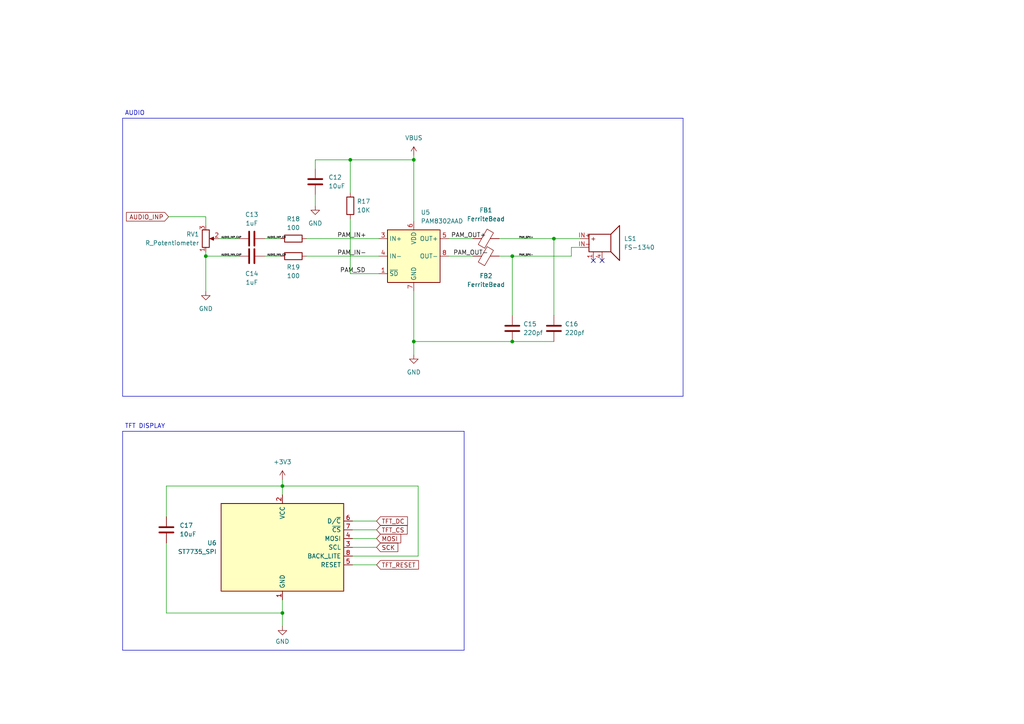
<source format=kicad_sch>
(kicad_sch (version 20230121) (generator eeschema)
  (paper "A4")
  (title_block (title "Sound & Video") (date "2023-02-08") (rev "0.19") (company "AK74"))
  (lib_symbols
    (symbol "Amplifier_Audio:PAM8302AAD"
      (property "Reference" "U" (at 7.62 11.43 0))
      (property "Value" "PAM8302AAD" (at 7.62 8.89 0))
      (symbol "PAM8302AAD_0_1"
        (rectangle (start -7.62 7.62) (end 7.62 -7.62) (stroke (width 0.254)) (fill (type background)))
      )
      (symbol "PAM8302AAD_1_1"
        (pin input line (at -10.16 -5.08 0) (length 2.54) (name "~{SD}") (number "1"))
        (pin no_connect line (at 7.62 -5.08 180) (length 2.54) hide (name "NC") (number "2"))
        (pin input line (at -10.16 5.08 0) (length 2.54) (name "IN+") (number "3"))
        (pin input line (at -10.16 0 0) (length 2.54) (name "IN-") (number "4"))
        (pin output line (at 10.16 5.08 180) (length 2.54) (name "OUT+") (number "5"))
        (pin power_in line (at 0 10.16 270) (length 2.54) (name "VDD") (number "6"))
        (pin power_in line (at 0 -10.16 90) (length 2.54) (name "GND") (number "7"))
        (pin output line (at 10.16 0 180) (length 2.54) (name "OUT-") (number "8"))
      )
    )
    (symbol "Device:C" (pin_numbers hide) (pin_names (offset 0.254))
      (property "Reference" "C" (at 0.635 2.54 0))
      (property "Value" "C" (at 0.635 -2.54 0))
      (symbol "C_0_1"
        (polyline (pts (xy -2.032 -0.762) (xy 2.032 -0.762)) (stroke (width 0.508)))
        (polyline (pts (xy -2.032 0.762) (xy 2.032 0.762)) (stroke (width 0.508)))
      )
      (symbol "C_1_1"
        (pin passive line (at 0 3.81 270) (length 2.794) (name "~") (number "1"))
        (pin passive line (at 0 -3.81 90) (length 2.794) (name "~") (number "2"))
      )
    )
    (symbol "Device:FerriteBead" (pin_numbers hide) (pin_names (offset 0))
      (property "Reference" "FB" (at -3.81 0.635 90))
      (property "Value" "FerriteBead" (at 3.81 0 90))
      (symbol "FerriteBead_0_1"
        (polyline (pts (xy 0 -1.27) (xy 0 -1.2192)))
        (polyline (pts (xy 0 1.27) (xy 0 1.2954)))
        (polyline (pts (xy -2.7686 0.4064) (xy -1.7018 2.2606) (xy 2.7686 -0.3048) (xy 1.6764 -2.159) (xy -2.7686 0.4064)))
      )
      (symbol "FerriteBead_1_1"
        (pin passive line (at 0 3.81 270) (length 2.54) (name "~") (number "1"))
        (pin passive line (at 0 -3.81 90) (length 2.54) (name "~") (number "2"))
      )
    )
    (symbol "Device:R" (pin_numbers hide) (pin_names (offset 0))
      (property "Reference" "R" (at 2.032 0 90))
      (property "Value" "R" (at 0 0 90))
      (symbol "R_0_1"
        (rectangle (start -1.016 -2.54) (end 1.016 2.54) (stroke (width 0.254)))
      )
      (symbol "R_1_1"
        (pin passive line (at 0 3.81 270) (length 1.27) (name "~") (number "1"))
        (pin passive line (at 0 -3.81 90) (length 1.27) (name "~") (number "2"))
      )
    )
    (symbol "Device:R_Potentiometer" (pin_names (offset 1.016) hide)
      (property "Reference" "RV" (at -4.445 0 90))
      (property "Value" "R_Potentiometer" (at -2.54 0 90))
      (symbol "R_Potentiometer_0_1"
        (polyline (pts (xy 2.54 0) (xy 1.524 0)))
        (polyline (pts (xy 1.143 0) (xy 2.286 0.508) (xy 2.286 -0.508) (xy 1.143 0)) (fill (type outline)))
        (rectangle (start 1.016 2.54) (end -1.016 -2.54) (stroke (width 0.254)))
      )
      (symbol "R_Potentiometer_1_1"
        (pin passive line (at 0 3.81 270) (length 1.27) (name "1") (number "1"))
        (pin passive line (at 3.81 0 180) (length 1.27) (name "2") (number "2"))
        (pin passive line (at 0 -3.81 90) (length 1.27) (name "3") (number "3"))
      )
    )
    (symbol "ak74:FS-1340" (pin_names (offset 0) hide)
      (property "Reference" "LS" (at 1.27 5.715 0))
      (property "Value" "FS-1340" (at 1.27 3.81 0))
      (symbol "FS-1340_0_0"
        (polyline (pts (xy 3.81 1.27) (xy 6.35 3.81) (xy 6.35 -6.35) (xy 3.81 -3.81)) (stroke (width 0.254)))
        (text "+" (at -1.27 0 0) (effects (font (size 1.27 1.27))))
      )
      (symbol "FS-1340_0_1"
        (rectangle (start -2.54 1.27) (end 3.81 -3.81) (stroke (width 0.254)))
      )
      (symbol "FS-1340_1_1"
        (pin free line (at -1.27 -6.35 90) (length 2.54) (name "1") (number "1"))
        (pin free line (at 1.27 -6.35 90) (length 2.54) (name "4") (number "4"))
        (pin input line (at -5.08 0 0) (length 2.54) (name "IN+") (number "IN+"))
        (pin input line (at -5.08 -2.54 0) (length 2.54) (name "IN-") (number "IN-"))
      )
    )
    (symbol "ak74:ST7735_SPI" (pin_names (offset 0.762))
      (property "Reference" "U" (at -17.526 13.97 0))
      (property "Value" "ST7735_SPI" (at 1.905 13.97 0))
      (symbol "ST7735_SPI_0_1"
        (rectangle (start -17.78 12.7) (end 17.78 -12.7) (stroke (width 0.254)) (fill (type background)))
      )
      (symbol "ST7735_SPI_1_1"
        (pin power_in line (at 0 -15.24 90) (length 2.54) (name "GND") (number "1"))
        (pin power_in line (at 0 15.24 270) (length 2.54) (name "VCC") (number "2"))
        (pin input line (at 20.32 0 180) (length 2.54) (name "SCL") (number "3"))
        (pin input line (at 20.32 2.54 180) (length 2.54) (name "MOSI") (number "4"))
        (pin input line (at 20.32 -5.08 180) (length 2.54) (name "RESET") (number "5"))
        (pin input line (at 20.32 7.62 180) (length 2.54) (name "D/~{C}") (number "6"))
        (pin input line (at 20.32 5.08 180) (length 2.54) (name "~{CS}") (number "7"))
        (pin input line (at 20.32 -2.54 180) (length 2.54) (name "BACK_LITE") (number "8"))
      )
    )
    (symbol "power:+3V3" (power) (pin_names (offset 0))
      (property "Value" "+3V3" (at 0 3.556 0))
      (symbol "+3V3_0_1"
        (polyline (pts (xy -0.762 1.27) (xy 0 2.54)))
        (polyline (pts (xy 0 0) (xy 0 2.54)))
        (polyline (pts (xy 0 2.54) (xy 0.762 1.27)))
      )
      (symbol "+3V3_1_1"
        (pin power_in line (at 0 0 90) (length 0) hide (name "+3V3") (number "1"))
      )
    )
    (symbol "power:GND" (power) (pin_names (offset 0))
      (property "Value" "GND" (at 0 -3.81 0))
      (symbol "GND_0_1"
        (polyline (pts (xy 0 0) (xy 0 -1.27) (xy 1.27 -1.27) (xy 0 -2.54) (xy -1.27 -1.27) (xy 0 -1.27)))
      )
      (symbol "GND_1_1"
        (pin power_in line (at 0 0 270) (length 0) hide (name "GND") (number "1"))
      )
    )
    (symbol "power:VBUS" (power) (pin_names (offset 0))
      (property "Value" "VBUS" (at 0 3.81 0))
      (symbol "VBUS_0_1"
        (polyline (pts (xy -0.762 1.27) (xy 0 2.54)))
        (polyline (pts (xy 0 0) (xy 0 2.54)))
        (polyline (pts (xy 0 2.54) (xy 0.762 1.27)))
      )
      (symbol "VBUS_1_1"
        (pin power_in line (at 0 0 90) (length 0) hide (name "VBUS") (number "1"))
      )
    )
  )
  (junction (at 148.59 99.06))
  (junction (at 120.015 99.06))
  (junction (at 148.59 74.295))
  (junction (at 101.6 46.355))
  (junction (at 81.915 140.97))
  (junction (at 120.015 46.355))
  (junction (at 59.69 74.295))
  (junction (at 160.655 69.215))
  (junction (at 81.915 177.8))
  (no_connect (at 172.085 75.565))
  (no_connect (at 174.625 75.565))
  (wire (pts (xy 48.26 149.86) (xy 48.26 140.97)))
  (wire (pts (xy 102.235 156.21) (xy 109.22 156.21)))
  (wire (pts (xy 81.915 140.97) (xy 81.915 143.51)))
  (wire (pts (xy 101.6 79.375) (xy 109.855 79.375)))
  (wire (pts (xy 91.44 56.515) (xy 91.44 59.69)))
  (polyline (pts (xy 134.62 188.595) (xy 134.62 125.095)))
  (wire (pts (xy 148.59 99.06) (xy 160.655 99.06)))
  (wire (pts (xy 101.6 63.5) (xy 101.6 79.375)))
  (wire (pts (xy 102.235 158.75) (xy 109.22 158.75)))
  (wire (pts (xy 91.44 48.895) (xy 91.44 46.355)))
  (wire (pts (xy 76.835 74.295) (xy 81.28 74.295)))
  (wire (pts (xy 81.915 177.8) (xy 81.915 181.61)))
  (wire (pts (xy 102.235 163.83) (xy 109.22 163.83)))
  (wire (pts (xy 148.59 74.295) (xy 148.59 91.44)))
  (wire (pts (xy 121.285 161.29) (xy 121.285 140.97)))
  (wire (pts (xy 160.655 91.44) (xy 160.655 69.215)))
  (wire (pts (xy 120.015 84.455) (xy 120.015 99.06)))
  (wire (pts (xy 81.915 173.99) (xy 81.915 177.8)))
  (wire (pts (xy 101.6 46.355) (xy 101.6 55.88)))
  (wire (pts (xy 120.015 99.06) (xy 148.59 99.06)))
  (wire (pts (xy 120.015 45.085) (xy 120.015 46.355)))
  (wire (pts (xy 48.26 177.8) (xy 81.915 177.8)))
  (wire (pts (xy 88.9 74.295) (xy 109.855 74.295)))
  (wire (pts (xy 59.69 84.455) (xy 59.69 74.295)))
  (wire (pts (xy 165.735 74.295) (xy 165.735 71.755)))
  (polyline (pts (xy 35.56 125.095) (xy 134.62 125.095)))
  (wire (pts (xy 148.59 74.295) (xy 165.735 74.295)))
  (wire (pts (xy 102.235 151.13) (xy 109.22 151.13)))
  (wire (pts (xy 59.69 74.295) (xy 69.215 74.295)))
  (polyline (pts (xy 35.56 125.095) (xy 35.56 188.595)))
  (wire (pts (xy 102.235 153.67) (xy 109.22 153.67)))
  (wire (pts (xy 130.175 69.215) (xy 137.16 69.215)))
  (wire (pts (xy 59.69 73.025) (xy 59.69 74.295)))
  (wire (pts (xy 165.735 71.755) (xy 168.275 71.755)))
  (wire (pts (xy 120.015 46.355) (xy 120.015 64.135)))
  (wire (pts (xy 81.915 140.97) (xy 121.285 140.97)))
  (polyline (pts (xy 35.56 114.935) (xy 198.12 114.935)))
  (wire (pts (xy 102.235 161.29) (xy 121.285 161.29)))
  (wire (pts (xy 81.915 139.065) (xy 81.915 140.97)))
  (polyline (pts (xy 35.56 34.29) (xy 35.56 114.935)))
  (polyline (pts (xy 35.56 188.595) (xy 134.62 188.595)))
  (wire (pts (xy 76.835 69.215) (xy 81.28 69.215)))
  (wire (pts (xy 101.6 46.355) (xy 120.015 46.355)))
  (wire (pts (xy 160.655 69.215) (xy 168.275 69.215)))
  (wire (pts (xy 48.895 62.865) (xy 59.69 62.865)))
  (polyline (pts (xy 198.12 114.935) (xy 198.12 34.29)))
  (polyline (pts (xy 35.56 34.29) (xy 198.12 34.29)))
  (wire (pts (xy 120.015 99.06) (xy 120.015 102.87)))
  (wire (pts (xy 91.44 46.355) (xy 101.6 46.355)))
  (wire (pts (xy 144.78 74.295) (xy 148.59 74.295)))
  (wire (pts (xy 48.26 157.48) (xy 48.26 177.8)))
  (wire (pts (xy 88.9 69.215) (xy 109.855 69.215)))
  (wire (pts (xy 63.5 69.215) (xy 69.215 69.215)))
  (wire (pts (xy 48.26 140.97) (xy 81.915 140.97)))
  (wire (pts (xy 130.175 74.295) (xy 137.16 74.295)))
  (wire (pts (xy 144.78 69.215) (xy 160.655 69.215)))
  (wire (pts (xy 59.69 65.405) (xy 59.69 62.865)))
  (text "AUDIO" (at 36.195 33.655 0) (effects (font (size 1.27 1.27)) (justify left bottom)))
  (text "TFT DISPLAY" (at 36.195 124.46 0) (effects (font (size 1.27 1.27)) (justify left bottom)))
  (label "PAM_OUT-" (at 131.445 74.295 0))
  (label "PAM_IN-" (at 97.79 74.295 0))
  (label "AUDIO_INP_CR" (at 77.47 69.215 0) (effects (font (size 0.508 0.508))))
  (label "AUDIO_INN_CR" (at 77.47 74.295 0) (effects (font (size 0.508 0.508))))
  (label "PAM_SPK+" (at 150.495 69.215 0) (effects (font (size 0.508 0.508))))
  (label "PAM_OUT+" (at 130.81 69.215 0))
  (label "PAM_IN+" (at 97.79 69.215 0))
  (label "AUDIO_INP_CAP" (at 64.135 69.215 0) (effects (font (size 0.508 0.508))))
  (label "PAM_SD" (at 106.045 79.375 180))
  (label "PAM_SPK-" (at 150.495 74.295 0) (effects (font (size 0.508 0.508))))
  (label "AUDIO_INN_CAP" (at 64.135 74.295 0) (effects (font (size 0.508 0.508))))
  (global_label "MOSI" (shape input) (at 109.22 156.21 0) (property "Intersheetrefs" "${INTERSHEET_REFS}" (effects hide)))
  (global_label "SCK" (shape input) (at 109.22 158.75 0) (property "Intersheetrefs" "${INTERSHEET_REFS}" (effects hide)))
  (global_label "TFT_CS" (shape input) (at 109.22 153.67 0) (property "Intersheetrefs" "${INTERSHEET_REFS}" (effects hide)))
  (global_label "AUDIO_INP" (shape input) (at 48.895 62.865 180) (property "Intersheetrefs" "${INTERSHEET_REFS}" (effects hide)))
  (global_label "TFT_DC" (shape input) (at 109.22 151.13 0) (property "Intersheetrefs" "${INTERSHEET_REFS}" (effects hide)))
  (global_label "TFT_RESET" (shape input) (at 109.22 163.83 0) (property "Intersheetrefs" "${INTERSHEET_REFS}" (effects hide)))
  (symbol (lib_id "Device:R") (at 85.09 69.215 90) (unit 1)
    (property "Reference" "R18" (at 85.09 63.5 90))
    (property "Value" "100" (at 85.09 66.04 90))
    (property "Footprint" "Resistor_SMD:R_0603_1608Metric_Pad0.98x0.95mm_HandSolder" (effects hide))
  )
  (symbol (lib_id "ak74:FS-1340") (at 173.355 69.215 0) (unit 1)
    (property "Reference" "LS1" (at 180.975 69.2149 0) (effects (justify left)))
    (property "Value" "FS-1340" (at 180.975 71.7549 0) (effects (justify left)))
    (property "Footprint" "ak74:SPK_FUET_FS-1340" (effects hide))
    (property "LCSC" "C482342" (effects hide))
  )
  (symbol (lib_id "power:GND") (at 91.44 59.69 0) (unit 1)
    (property "Reference" "#PWR034" (effects hide))
    (property "Value" "GND" (at 91.44 64.77 0))
  )
  (symbol (lib_id "Device:C") (at 73.025 74.295 270) (unit 1)
    (property "Reference" "C14" (at 73.025 79.375 90))
    (property "Value" "1uF" (at 73.025 81.915 90))
    (property "Footprint" "Capacitor_SMD:C_0603_1608Metric_Pad1.08x0.95mm_HandSolder" (effects hide))
  )
  (symbol (lib_id "Device:C") (at 73.025 69.215 90) (unit 1)
    (property "Reference" "C13" (at 73.025 62.23 90))
    (property "Value" "1uF" (at 73.025 64.77 90))
    (property "Footprint" "Capacitor_SMD:C_0603_1608Metric_Pad1.08x0.95mm_HandSolder" (effects hide))
  )
  (symbol (lib_id "Amplifier_Audio:PAM8302AAD") (at 120.015 74.295 0) (unit 1)
    (property "Reference" "U5" (at 122.0344 61.595 0) (effects (justify left)))
    (property "Value" "PAM8302AAD" (at 122.0344 64.135 0) (effects (justify left)))
    (property "Footprint" "Package_SO:SOP-8_3.9x4.9mm_P1.27mm" (effects hide))
    (property "Datasheet" "https://www.diodes.com/assets/Datasheets/PAM8302A.pdf" (effects hide))
    (property "LCSC" "C112137" (effects hide))
  )
  (symbol (lib_id "power:GND") (at 59.69 84.455 0) (unit 1)
    (property "Reference" "#PWR035" (effects hide))
    (property "Value" "GND" (at 59.69 89.535 0))
  )
  (symbol (lib_id "Device:FerriteBead") (at 140.97 74.295 90) (unit 1)
    (property "Reference" "FB2" (at 140.97 80.01 90))
    (property "Value" "FerriteBead" (at 140.97 82.55 90))
    (property "Footprint" "Resistor_SMD:R_0805_2012Metric_Pad1.20x1.40mm_HandSolder" (effects hide))
  )
  (symbol (lib_id "power:GND") (at 81.915 181.61 0) (unit 1)
    (property "Reference" "#PWR038" (effects hide))
    (property "Value" "GND" (at 81.915 186.055 0))
  )
  (symbol (lib_id "Device:R") (at 101.6 59.69 0) (unit 1)
    (property "Reference" "R17" (at 103.505 58.4199 0) (effects (justify left)))
    (property "Value" "10K" (at 103.505 60.9599 0) (effects (justify left)))
    (property "Footprint" "Resistor_SMD:R_0603_1608Metric_Pad0.98x0.95mm_HandSolder" (effects hide))
  )
  (symbol (lib_id "power:VBUS") (at 120.015 45.085 0) (unit 1)
    (property "Reference" "#PWR033" (effects hide))
    (property "Value" "VBUS" (at 120.015 40.005 0))
  )
  (symbol (lib_id "Device:C") (at 148.59 95.25 180) (unit 1)
    (property "Reference" "C15" (at 151.765 93.9799 0) (effects (justify right)))
    (property "Value" "220pf" (at 151.765 96.5199 0) (effects (justify right)))
    (property "Footprint" "Capacitor_SMD:C_0603_1608Metric_Pad1.08x0.95mm_HandSolder" (effects hide))
  )
  (symbol (lib_id "Device:C") (at 48.26 153.67 180) (unit 1)
    (property "Reference" "C17" (at 52.07 152.3999 0) (effects (justify right)))
    (property "Value" "10uF" (at 52.07 154.9399 0) (effects (justify right)))
    (property "Footprint" "Capacitor_SMD:C_0603_1608Metric_Pad1.08x0.95mm_HandSolder" (effects hide))
  )
  (symbol (lib_id "Device:R_Potentiometer") (at 59.69 69.215 0) (mirror x) (unit 1)
    (property "Reference" "RV1" (at 57.785 67.9449 0) (effects (justify right)))
    (property "Value" "R_Potentiometer" (at 57.785 70.4849 0) (effects (justify right)))
    (property "Footprint" "ak74:Potentiometer_Bourns_TC33X-2" (effects hide))
    (property "LCSC" "C719176" (effects hide))
  )
  (symbol (lib_id "power:GND") (at 120.015 102.87 0) (unit 1)
    (property "Reference" "#PWR036" (effects hide))
    (property "Value" "GND" (at 120.015 107.95 0))
  )
  (symbol (lib_id "ak74:ST7735_SPI") (at 81.915 158.75 0) (unit 1)
    (property "Reference" "U6" (at 62.865 157.4799 0) (effects (justify right)))
    (property "Value" "ST7735_SPI" (at 62.865 160.0199 0) (effects (justify right)))
    (property "Footprint" "ak74:1.8in_TFT_ST7735" (effects hide))
  )
  (symbol (lib_id "Device:C") (at 91.44 52.705 0) (unit 1)
    (property "Reference" "C12" (at 95.25 51.4349 0) (effects (justify left)))
    (property "Value" "10uF" (at 95.25 53.9749 0) (effects (justify left)))
    (property "Footprint" "Capacitor_SMD:C_0603_1608Metric_Pad1.08x0.95mm_HandSolder" (effects hide))
  )
  (symbol (lib_id "power:+3V3") (at 81.915 139.065 0) (unit 1)
    (property "Reference" "#PWR037" (effects hide))
    (property "Value" "+3V3" (at 81.915 133.985 0))
  )
  (symbol (lib_id "Device:C") (at 160.655 95.25 180) (unit 1)
    (property "Reference" "C16" (at 163.83 93.9799 0) (effects (justify right)))
    (property "Value" "220pf" (at 163.83 96.5199 0) (effects (justify right)))
    (property "Footprint" "Capacitor_SMD:C_0603_1608Metric_Pad1.08x0.95mm_HandSolder" (effects hide))
  )
  (symbol (lib_id "Device:R") (at 85.09 74.295 90) (unit 1)
    (property "Reference" "R19" (at 85.09 77.47 90))
    (property "Value" "100" (at 85.09 80.01 90))
    (property "Footprint" "Resistor_SMD:R_0603_1608Metric_Pad0.98x0.95mm_HandSolder" (effects hide))
  )
  (symbol (lib_id "Device:FerriteBead") (at 140.97 69.215 90) (unit 1)
    (property "Reference" "FB1" (at 140.9192 60.96 90))
    (property "Value" "FerriteBead" (at 140.9192 63.5 90))
    (property "Footprint" "Resistor_SMD:R_0805_2012Metric_Pad1.20x1.40mm_HandSolder" (effects hide))
  )
)
</source>
